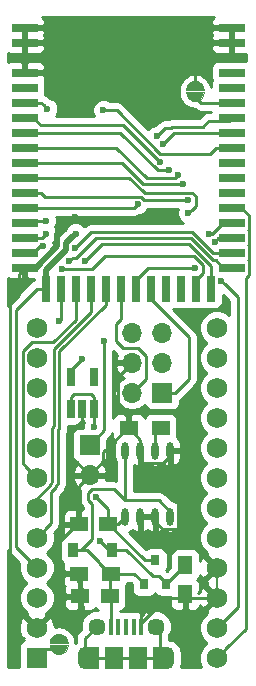
<source format=gbr>
G04 #@! TF.FileFunction,Copper,L1,Top,Signal*
%FSLAX46Y46*%
G04 Gerber Fmt 4.6, Leading zero omitted, Abs format (unit mm)*
G04 Created by KiCad (PCBNEW 4.0.7) date 07/20/18 22:40:28*
%MOMM*%
%LPD*%
G01*
G04 APERTURE LIST*
%ADD10C,0.100000*%
%ADD11C,0.010000*%
%ADD12R,1.752600X1.752600*%
%ADD13C,1.752600*%
%ADD14C,0.400000*%
%ADD15R,0.720000X2.200000*%
%ADD16R,2.200000X0.720000*%
%ADD17R,1.500000X1.900000*%
%ADD18C,1.450000*%
%ADD19R,0.400000X1.350000*%
%ADD20O,1.200000X1.900000*%
%ADD21R,1.200000X1.900000*%
%ADD22R,0.650000X1.560000*%
%ADD23R,0.800000X0.900000*%
%ADD24R,1.250000X1.500000*%
%ADD25R,1.500000X1.250000*%
%ADD26R,1.700000X1.700000*%
%ADD27O,1.700000X1.700000*%
%ADD28R,1.500000X1.300000*%
%ADD29O,0.609600X1.473200*%
%ADD30R,0.900000X1.200000*%
%ADD31C,0.600000*%
%ADD32C,0.250000*%
%ADD33C,0.500000*%
%ADD34C,0.200000*%
%ADD35C,0.254000*%
G04 APERTURE END LIST*
D10*
D11*
G36*
X114251040Y-104288260D02*
X114296240Y-104544760D01*
X114426540Y-104770360D01*
X114626040Y-104937760D01*
X114870840Y-105026860D01*
X115131240Y-105026860D01*
X115376040Y-104937760D01*
X115575540Y-104770360D01*
X115705840Y-104544760D01*
X115751040Y-104288260D01*
X114251040Y-104288260D01*
X114251040Y-104288260D01*
G37*
X114251040Y-104288260D02*
X114296240Y-104544760D01*
X114426540Y-104770360D01*
X114626040Y-104937760D01*
X114870840Y-105026860D01*
X115131240Y-105026860D01*
X115376040Y-104937760D01*
X115575540Y-104770360D01*
X115705840Y-104544760D01*
X115751040Y-104288260D01*
X114251040Y-104288260D01*
G36*
X115751040Y-104088260D02*
X115705840Y-103831760D01*
X115575540Y-103606160D01*
X115376040Y-103438760D01*
X115131240Y-103349660D01*
X114870840Y-103349660D01*
X114626040Y-103438760D01*
X114426540Y-103606160D01*
X114296240Y-103831760D01*
X114251040Y-104088260D01*
X115751040Y-104088260D01*
X115751040Y-104088260D01*
G37*
X115751040Y-104088260D02*
X115705840Y-103831760D01*
X115575540Y-103606160D01*
X115376040Y-103438760D01*
X115131240Y-103349660D01*
X114870840Y-103349660D01*
X114626040Y-103438760D01*
X114426540Y-103606160D01*
X114296240Y-103831760D01*
X114251040Y-104088260D01*
X115751040Y-104088260D01*
G36*
X104220000Y-150880000D02*
X104174800Y-150623500D01*
X104044500Y-150397900D01*
X103845000Y-150230500D01*
X103600200Y-150141400D01*
X103339800Y-150141400D01*
X103095000Y-150230500D01*
X102895500Y-150397900D01*
X102765200Y-150623500D01*
X102720000Y-150880000D01*
X104220000Y-150880000D01*
X104220000Y-150880000D01*
G37*
X104220000Y-150880000D02*
X104174800Y-150623500D01*
X104044500Y-150397900D01*
X103845000Y-150230500D01*
X103600200Y-150141400D01*
X103339800Y-150141400D01*
X103095000Y-150230500D01*
X102895500Y-150397900D01*
X102765200Y-150623500D01*
X102720000Y-150880000D01*
X104220000Y-150880000D01*
G36*
X102720000Y-151080000D02*
X102765200Y-151336500D01*
X102895500Y-151562100D01*
X103095000Y-151729500D01*
X103339800Y-151818600D01*
X103600200Y-151818600D01*
X103845000Y-151729500D01*
X104044500Y-151562100D01*
X104174800Y-151336500D01*
X104220000Y-151080000D01*
X102720000Y-151080000D01*
X102720000Y-151080000D01*
G37*
X102720000Y-151080000D02*
X102765200Y-151336500D01*
X102895500Y-151562100D01*
X103095000Y-151729500D01*
X103339800Y-151818600D01*
X103600200Y-151818600D01*
X103845000Y-151729500D01*
X104044500Y-151562100D01*
X104174800Y-151336500D01*
X104220000Y-151080000D01*
X102720000Y-151080000D01*
D12*
X101600000Y-152146000D03*
D13*
X101600000Y-149606000D03*
X101600000Y-147066000D03*
X101600000Y-144526000D03*
X101600000Y-141986000D03*
X101600000Y-139446000D03*
X101600000Y-136906000D03*
X101600000Y-134366000D03*
X101600000Y-131826000D03*
X101600000Y-129286000D03*
X101600000Y-126746000D03*
X101600000Y-124206000D03*
X116840000Y-124206000D03*
X116840000Y-126746000D03*
X116840000Y-129286000D03*
X116840000Y-131826000D03*
X116840000Y-134366000D03*
X116840000Y-136906000D03*
X116840000Y-139446000D03*
X116840000Y-141986000D03*
X116840000Y-144526000D03*
X116840000Y-147066000D03*
X116840000Y-149606000D03*
X116840000Y-152146000D03*
D14*
X115001040Y-103738260D03*
X115001040Y-104638260D03*
X115001040Y-104638260D03*
X115001040Y-103738260D03*
D15*
X116332000Y-120904000D03*
X115062000Y-120904000D03*
X113792000Y-120904000D03*
X112522000Y-120904000D03*
X111252000Y-120904000D03*
X109982000Y-120904000D03*
X108712000Y-120904000D03*
X107442000Y-120904000D03*
X106172000Y-120904000D03*
X104902000Y-120904000D03*
X103632000Y-120904000D03*
X102362000Y-120904000D03*
D16*
X118110000Y-119126000D03*
X118110000Y-117856000D03*
X118110000Y-116586000D03*
X118110000Y-115316000D03*
X118110000Y-114046000D03*
X118110000Y-112776000D03*
X118110000Y-111506000D03*
X118110000Y-110236000D03*
X118110000Y-108966000D03*
X118110000Y-107696000D03*
X118110000Y-106426000D03*
X118110000Y-105156000D03*
X118110000Y-103886000D03*
X118110000Y-102616000D03*
X118110000Y-100076000D03*
X118110000Y-98806000D03*
X100584000Y-98806000D03*
X100584000Y-100076000D03*
X100584000Y-102616000D03*
X100584000Y-103886000D03*
X100584000Y-105156000D03*
X100584000Y-106426000D03*
X100584000Y-107696000D03*
X100584000Y-108966000D03*
X100584000Y-110236000D03*
X100584000Y-111506000D03*
X100584000Y-112776000D03*
X100584000Y-114046000D03*
X100584000Y-115316000D03*
X100584000Y-116586000D03*
X100584000Y-117856000D03*
X100584000Y-119126000D03*
D17*
X110169200Y-152208980D03*
D18*
X106669200Y-149508980D03*
D19*
X108519200Y-149508980D03*
X107869200Y-149508980D03*
X110469200Y-149508980D03*
X109819200Y-149508980D03*
X109169200Y-149508980D03*
D18*
X111669200Y-149508980D03*
D17*
X108169200Y-152208980D03*
D20*
X105669200Y-152208980D03*
X112669200Y-152208980D03*
D21*
X112069200Y-152208980D03*
X106269200Y-152208980D03*
D22*
X104521000Y-131064000D03*
X105471000Y-131064000D03*
X106421000Y-131064000D03*
X106421000Y-128364000D03*
X104521000Y-128364000D03*
D23*
X110683000Y-145907000D03*
X112583000Y-145907000D03*
X111633000Y-143907000D03*
D24*
X114173000Y-144292000D03*
X114173000Y-146792000D03*
D25*
X107676000Y-140843000D03*
X105176000Y-140843000D03*
D26*
X106072940Y-134167880D03*
D27*
X106072940Y-136707880D03*
D28*
X107903000Y-145034000D03*
X105203000Y-145034000D03*
X112094000Y-132715000D03*
X109394000Y-132715000D03*
D25*
X107803000Y-146939000D03*
X105303000Y-146939000D03*
D26*
X112229900Y-129715260D03*
D27*
X109689900Y-129715260D03*
X112229900Y-127175260D03*
X109689900Y-127175260D03*
X112229900Y-124635260D03*
X109689900Y-124635260D03*
D29*
X112903000Y-134620000D03*
X111633000Y-134620000D03*
X110363000Y-134620000D03*
X109093000Y-134620000D03*
X109093000Y-140208000D03*
X110363000Y-140208000D03*
X111633000Y-140208000D03*
X112903000Y-140208000D03*
D30*
X107949000Y-143002000D03*
X104649000Y-143002000D03*
D14*
X103470000Y-151430000D03*
X103470000Y-150530000D03*
X103470000Y-150530000D03*
X103470000Y-151430000D03*
D31*
X109982000Y-147955000D03*
X105410000Y-147955000D03*
X104815640Y-114808000D03*
X105775760Y-105806484D03*
X101036120Y-120291860D03*
X103124000Y-100076000D03*
X102362000Y-100076000D03*
X109474000Y-100076000D03*
X116078000Y-100076000D03*
X116078000Y-98806000D03*
X109474000Y-98806000D03*
X103124000Y-98806000D03*
X102362000Y-98806000D03*
X102351840Y-115133120D03*
X102144164Y-117310340D03*
X105410000Y-126873000D03*
X104889300Y-116235480D03*
X111757460Y-108003340D03*
X107246420Y-105791000D03*
X112274185Y-108658339D03*
X102402640Y-116265960D03*
X105671708Y-118579336D03*
X103740379Y-119196281D03*
X103525320Y-123639580D03*
X104365728Y-118588588D03*
X104800436Y-117495334D03*
X116682210Y-116926346D03*
X116220410Y-116273078D03*
X112024560Y-110153001D03*
X112760760Y-110881160D03*
X113570969Y-111272954D03*
X113988612Y-112063856D03*
X114438623Y-114513360D03*
X114438623Y-113392642D03*
X117224186Y-120241060D03*
X115008660Y-119156480D03*
X102486460Y-105666540D03*
X106426000Y-132588000D03*
X106934000Y-142240000D03*
X106608989Y-138504447D03*
X107294680Y-125310900D03*
X110149810Y-113746280D03*
D32*
X104267000Y-133298000D02*
X104267000Y-134901940D01*
X104267000Y-134901940D02*
X106072940Y-136707880D01*
X105471000Y-131064000D02*
X105471000Y-132094000D01*
X105471000Y-132094000D02*
X104267000Y-133298000D01*
D33*
X104515641Y-115107999D02*
X104815640Y-114808000D01*
X103350423Y-117314617D02*
X103350423Y-116273217D01*
X101539040Y-119126000D02*
X103350423Y-117314617D01*
X100584000Y-119126000D02*
X101539040Y-119126000D01*
X103350423Y-116273217D02*
X104515641Y-115107999D01*
D32*
X109394000Y-132715000D02*
X109394000Y-131815000D01*
X109394000Y-131815000D02*
X108514899Y-130935899D01*
X108514899Y-130935899D02*
X108514899Y-128350261D01*
X108514899Y-128350261D02*
X108839901Y-128025259D01*
X108839901Y-128025259D02*
X109689900Y-127175260D01*
X106072940Y-136707880D02*
X107247941Y-135532879D01*
X107247941Y-135532879D02*
X107247941Y-134761059D01*
X107247941Y-134761059D02*
X109294000Y-132715000D01*
X109294000Y-132715000D02*
X109394000Y-132715000D01*
X112903000Y-134620000D02*
X112903000Y-135606600D01*
X112903000Y-135606600D02*
X113583610Y-136287210D01*
X113583610Y-136287210D02*
X113583610Y-141269610D01*
X110363000Y-134620000D02*
X110363000Y-135606600D01*
X110363000Y-135606600D02*
X110438010Y-135681610D01*
X110438010Y-135681610D02*
X112273190Y-135681610D01*
X112273190Y-135681610D02*
X112903000Y-135051800D01*
X112903000Y-135051800D02*
X112903000Y-134620000D01*
X109394000Y-132715000D02*
X110363000Y-133684000D01*
X110363000Y-133684000D02*
X110363000Y-134620000D01*
X103505000Y-144336000D02*
X103505000Y-142389000D01*
X103505000Y-142389000D02*
X105051000Y-140843000D01*
X105051000Y-140843000D02*
X105176000Y-140843000D01*
X105203000Y-145034000D02*
X104203000Y-145034000D01*
X104203000Y-145034000D02*
X103505000Y-144336000D01*
X110363000Y-140208000D02*
X111633000Y-140208000D01*
X116840000Y-144526000D02*
X113583610Y-141269610D01*
X113583610Y-141269610D02*
X112262810Y-141269610D01*
X112262810Y-141269610D02*
X111633000Y-140639800D01*
X111633000Y-140639800D02*
X111633000Y-140208000D01*
X105176000Y-139968000D02*
X105176000Y-140843000D01*
X105176000Y-137604820D02*
X105176000Y-139968000D01*
X106072940Y-136707880D02*
X105176000Y-137604820D01*
X109982000Y-147955000D02*
X110469200Y-148442200D01*
X110469200Y-148442200D02*
X110469200Y-149508980D01*
X105303000Y-146939000D02*
X105303000Y-147848000D01*
X105303000Y-147848000D02*
X105410000Y-147955000D01*
X105203000Y-145034000D02*
X105203000Y-146839000D01*
X105203000Y-146839000D02*
X105303000Y-146939000D01*
X101600000Y-149606000D02*
X104267000Y-146939000D01*
X104267000Y-146939000D02*
X105303000Y-146939000D01*
X109474000Y-100076000D02*
X108061760Y-100076000D01*
X108061760Y-100076000D02*
X105923080Y-102214680D01*
X105923080Y-102214680D02*
X105923080Y-105659164D01*
X105923080Y-105659164D02*
X105775760Y-105806484D01*
X100584000Y-119126000D02*
X100584000Y-119839740D01*
X100584000Y-119839740D02*
X101036120Y-120291860D01*
X116746020Y-144432020D02*
X116840000Y-144526000D01*
X110469200Y-149508980D02*
X110469200Y-149172140D01*
X110469200Y-149172140D02*
X112575340Y-147066000D01*
X115600725Y-147066000D02*
X116840000Y-147066000D01*
X112575340Y-147066000D02*
X115600725Y-147066000D01*
X115001040Y-103738260D02*
X115001040Y-101152960D01*
X115001040Y-101152960D02*
X116078000Y-100076000D01*
X116467500Y-144153500D02*
X116840000Y-144526000D01*
X100584000Y-100076000D02*
X102362000Y-100076000D01*
X109474000Y-100076000D02*
X103124000Y-100076000D01*
X118110000Y-100076000D02*
X116078000Y-100076000D01*
X116078000Y-98806000D02*
X118110000Y-98806000D01*
X103124000Y-98806000D02*
X109474000Y-98806000D01*
X100584000Y-98806000D02*
X102362000Y-98806000D01*
X100584000Y-119126000D02*
X100076000Y-119634000D01*
X100076000Y-119634000D02*
X100076000Y-121412000D01*
X99314000Y-147320000D02*
X101600000Y-149606000D01*
X100076000Y-121412000D02*
X99314000Y-122174000D01*
X99314000Y-122174000D02*
X99314000Y-147320000D01*
X100584000Y-100076000D02*
X100584000Y-102616000D01*
X100584000Y-98806000D02*
X100584000Y-100076000D01*
X118110000Y-100076000D02*
X118110000Y-98806000D01*
X117370000Y-100076000D02*
X118110000Y-100076000D01*
D34*
X116395500Y-144081500D02*
X116840000Y-144526000D01*
X116840000Y-147066000D02*
X116840000Y-145826725D01*
X116840000Y-145826725D02*
X116840000Y-144526000D01*
D32*
X102351840Y-115133120D02*
X100766880Y-115133120D01*
X100766880Y-115133120D02*
X100584000Y-115316000D01*
X100584000Y-115316000D02*
X101324000Y-115316000D01*
X100584000Y-117856000D02*
X101324000Y-117856000D01*
X101934000Y-117246000D02*
X102079824Y-117246000D01*
X101324000Y-117856000D02*
X101934000Y-117246000D01*
X102079824Y-117246000D02*
X102144164Y-117310340D01*
D33*
X104589301Y-116535479D02*
X104889300Y-116235480D01*
X102362000Y-119293005D02*
X104050434Y-117604571D01*
X104050434Y-117074346D02*
X104589301Y-116535479D01*
X102362000Y-120904000D02*
X102362000Y-119293005D01*
X104050434Y-117604571D02*
X104050434Y-117074346D01*
D32*
X105410000Y-126873000D02*
X104521000Y-127762000D01*
X104521000Y-127762000D02*
X104521000Y-128364000D01*
X101600000Y-144526000D02*
X99822000Y-142748000D01*
X99822000Y-142748000D02*
X99822000Y-122682000D01*
X99822000Y-122682000D02*
X101600000Y-120904000D01*
X101600000Y-120904000D02*
X101854000Y-120904000D01*
X101854000Y-120904000D02*
X102362000Y-120904000D01*
X102362000Y-120904000D02*
X102362000Y-120164000D01*
X118110000Y-106426000D02*
X117858540Y-106677460D01*
X117858540Y-106677460D02*
X116197380Y-106677460D01*
X116197380Y-106677460D02*
X115798600Y-107076240D01*
X115798600Y-107076240D02*
X115798600Y-107109260D01*
X115798600Y-107109260D02*
X115661870Y-107245990D01*
X115661870Y-107245990D02*
X113050124Y-107245990D01*
X113050124Y-107245990D02*
X112993814Y-107302300D01*
X112993814Y-107302300D02*
X112458500Y-107302300D01*
X112458500Y-107302300D02*
X112057459Y-107703341D01*
X112057459Y-107703341D02*
X111757460Y-108003340D01*
X101600000Y-147066000D02*
X101838340Y-147066000D01*
X108379344Y-105791000D02*
X107670684Y-105791000D01*
X112047265Y-109458921D02*
X108379344Y-105791000D01*
X116267079Y-109458921D02*
X112047265Y-109458921D01*
X116760000Y-108966000D02*
X116267079Y-109458921D01*
X118110000Y-108966000D02*
X116760000Y-108966000D01*
X107670684Y-105791000D02*
X107246420Y-105791000D01*
D34*
X101926000Y-146740000D02*
X101600000Y-147066000D01*
D32*
X112574184Y-108358340D02*
X112274185Y-108658339D01*
X118110000Y-107696000D02*
X113236524Y-107696000D01*
X113236524Y-107696000D02*
X112574184Y-108358340D01*
X100584000Y-116586000D02*
X102082600Y-116586000D01*
X102082600Y-116586000D02*
X102402640Y-116265960D01*
X100584000Y-116586000D02*
X101324000Y-116586000D01*
X116332000Y-120904000D02*
X116332000Y-118946347D01*
X107161479Y-117089565D02*
X105971707Y-118279337D01*
X105971707Y-118279337D02*
X105671708Y-118579336D01*
X114475218Y-117089565D02*
X107161479Y-117089565D01*
X116332000Y-118946347D02*
X114475218Y-117089565D01*
X116332000Y-120904000D02*
X116332000Y-121644000D01*
X104164643Y-119196281D02*
X103740379Y-119196281D01*
X115672000Y-118922758D02*
X114887182Y-118137940D01*
X115672000Y-119554000D02*
X115672000Y-118922758D01*
X115062000Y-120904000D02*
X115062000Y-120164000D01*
X106311981Y-119225221D02*
X104193583Y-119225221D01*
X114887182Y-118137940D02*
X107399262Y-118137940D01*
X104193583Y-119225221D02*
X104164643Y-119196281D01*
X115062000Y-120164000D02*
X115672000Y-119554000D01*
X107399262Y-118137940D02*
X106311981Y-119225221D01*
X115062000Y-120904000D02*
X115062000Y-121644000D01*
X111252000Y-120904000D02*
X111252000Y-121644000D01*
X111252000Y-120904000D02*
X111252000Y-121795540D01*
X111252000Y-121795540D02*
X114490500Y-125034040D01*
X114490500Y-125034040D02*
X114490500Y-128554660D01*
X114490500Y-128554660D02*
X113329900Y-129715260D01*
X113329900Y-129715260D02*
X112229900Y-129715260D01*
X109689900Y-129715260D02*
X110864901Y-128540259D01*
X110864901Y-128540259D02*
X110864901Y-126611259D01*
X110864901Y-126611259D02*
X110202082Y-125948440D01*
X110202082Y-125948440D02*
X108912660Y-125948440D01*
X108912660Y-125948440D02*
X108313220Y-125349000D01*
X108313220Y-125349000D02*
X108313220Y-123855480D01*
X108313220Y-123855480D02*
X108712000Y-123456700D01*
X108712000Y-123456700D02*
X108712000Y-120904000D01*
X108712000Y-120904000D02*
X108712000Y-121644000D01*
X108712000Y-120904000D02*
X108712000Y-120164000D01*
X102476299Y-141109701D02*
X101600000Y-141986000D01*
X102809978Y-138110359D02*
X102809978Y-140776022D01*
X102809978Y-140776022D02*
X102476299Y-141109701D01*
X103366975Y-137439985D02*
X103251312Y-137555648D01*
X103251312Y-137555648D02*
X103251312Y-137669025D01*
X103366978Y-132879343D02*
X103366975Y-137439985D01*
X103524458Y-132721863D02*
X103366978Y-132879343D01*
X107442000Y-122254000D02*
X103524458Y-126171542D01*
X103251312Y-137669025D02*
X102809978Y-138110359D01*
X103524458Y-126171542D02*
X103524458Y-132721863D01*
X107442000Y-120904000D02*
X107442000Y-122254000D01*
X102801301Y-137482625D02*
X101600000Y-138683926D01*
X106172000Y-122887589D02*
X103074447Y-125985142D01*
X102916967Y-132692943D02*
X102916965Y-137253583D01*
X101600000Y-138683926D02*
X101600000Y-139446000D01*
X102801301Y-137369248D02*
X102801301Y-137482625D01*
X106172000Y-120904000D02*
X106172000Y-122887589D01*
X103074447Y-132535463D02*
X102916967Y-132692943D01*
X102916965Y-137253583D02*
X102801301Y-137369248D01*
X103074447Y-125985142D02*
X103074447Y-132535463D01*
X104902000Y-120904000D02*
X104902000Y-123521178D01*
X104902000Y-123521178D02*
X103015877Y-125407301D01*
X103015877Y-125407301D02*
X101160773Y-125407301D01*
X101160773Y-125407301D02*
X100398699Y-126169375D01*
X100723701Y-136029701D02*
X101600000Y-136906000D01*
X100398699Y-126169375D02*
X100398699Y-135704699D01*
X100398699Y-135704699D02*
X100723701Y-136029701D01*
X103632000Y-120904000D02*
X103632000Y-123532900D01*
X103632000Y-123532900D02*
X103525320Y-123639580D01*
X103632000Y-120904000D02*
X103632000Y-121644000D01*
X104665727Y-118288589D02*
X104365728Y-118588588D01*
X104932185Y-118288589D02*
X104665727Y-118288589D01*
X106591594Y-116629180D02*
X104932185Y-118288589D01*
X114651244Y-116629180D02*
X106591594Y-116629180D01*
X116538064Y-118516000D02*
X114651244Y-116629180D01*
X116760000Y-118516000D02*
X116538064Y-118516000D01*
X118110000Y-119126000D02*
X117370000Y-119126000D01*
X117370000Y-119126000D02*
X116760000Y-118516000D01*
X105100435Y-117195335D02*
X104800436Y-117495334D01*
X114759334Y-116100860D02*
X106194910Y-116100860D01*
X118110000Y-117856000D02*
X116514474Y-117856000D01*
X106194910Y-116100860D02*
X105100435Y-117195335D01*
X116514474Y-117856000D02*
X114759334Y-116100860D01*
X101600000Y-129286000D02*
X102011480Y-128874520D01*
X117022556Y-116586000D02*
X116982209Y-116626347D01*
X116982209Y-116626347D02*
X116682210Y-116926346D01*
X118110000Y-116586000D02*
X117022556Y-116586000D01*
X116412922Y-116273078D02*
X116220410Y-116273078D01*
X118110000Y-115316000D02*
X117370000Y-115316000D01*
X117370000Y-115316000D02*
X116412922Y-116273078D01*
X111724561Y-109853002D02*
X112024560Y-110153001D01*
X108907559Y-107036000D02*
X111724561Y-109853002D01*
X101934000Y-107036000D02*
X108907559Y-107036000D01*
X100584000Y-106426000D02*
X101324000Y-106426000D01*
X101324000Y-106426000D02*
X101934000Y-107036000D01*
X100584000Y-107696000D02*
X108650596Y-107696000D01*
X108650596Y-107696000D02*
X111835756Y-110881160D01*
X111835756Y-110881160D02*
X112336496Y-110881160D01*
X112336496Y-110881160D02*
X112760760Y-110881160D01*
X108294996Y-108966000D02*
X110901949Y-111572953D01*
X113270970Y-111572953D02*
X113570969Y-111272954D01*
X100584000Y-108966000D02*
X108294996Y-108966000D01*
X110901949Y-111572953D02*
X113270970Y-111572953D01*
X100584000Y-110236000D02*
X108802996Y-110236000D01*
X108802996Y-110236000D02*
X110630852Y-112063856D01*
X110630852Y-112063856D02*
X113564348Y-112063856D01*
X113564348Y-112063856D02*
X113988612Y-112063856D01*
X115063625Y-113888358D02*
X114738622Y-114213361D01*
X115063625Y-113092640D02*
X115063625Y-113888358D01*
X110732582Y-112767640D02*
X114738625Y-112767640D01*
X110636212Y-112671270D02*
X110732582Y-112767640D01*
X109417465Y-111506000D02*
X110582733Y-112671268D01*
X100584000Y-111506000D02*
X109417465Y-111506000D01*
X110582733Y-112671268D02*
X110636212Y-112671270D01*
X114738622Y-114213361D02*
X114438623Y-114513360D01*
X114738625Y-112767640D02*
X115063625Y-113092640D01*
X110449811Y-113121279D02*
X110721174Y-113392642D01*
X101934000Y-112776000D02*
X102279279Y-113121279D01*
X102279279Y-113121279D02*
X110449811Y-113121279D01*
X114014359Y-113392642D02*
X114438623Y-113392642D01*
X100584000Y-112776000D02*
X101934000Y-112776000D01*
X110721174Y-113392642D02*
X114014359Y-113392642D01*
X115001040Y-104638260D02*
X115518780Y-105156000D01*
X115518780Y-105156000D02*
X118110000Y-105156000D01*
X117524185Y-120541059D02*
X117224186Y-120241060D01*
X118629989Y-121646863D02*
X117524185Y-120541059D01*
X116840000Y-149606000D02*
X118629989Y-147816011D01*
X118629989Y-147816011D02*
X118629989Y-121646863D01*
X114584396Y-119156480D02*
X115008660Y-119156480D01*
X109982000Y-120164000D02*
X110989520Y-119156480D01*
X109982000Y-120904000D02*
X109982000Y-120164000D01*
X110989520Y-119156480D02*
X114584396Y-119156480D01*
X118110000Y-114046000D02*
X118926000Y-114046000D01*
X119470001Y-114590001D02*
X119470001Y-114630999D01*
X118926000Y-114046000D02*
X119470001Y-114590001D01*
X119470001Y-114630999D02*
X119535001Y-114695999D01*
X119535001Y-114695999D02*
X119535001Y-115936001D01*
X119535001Y-115936001D02*
X119520002Y-115951000D01*
X119535001Y-119746001D02*
X119280000Y-120001002D01*
X119520002Y-118491000D02*
X119535001Y-118505999D01*
X119535001Y-117235999D02*
X119535001Y-118476001D01*
X119520002Y-115951000D02*
X119535001Y-115965999D01*
X119280000Y-149706000D02*
X117716299Y-151269701D01*
X119535001Y-118505999D02*
X119535001Y-119746001D01*
X119535001Y-117206001D02*
X119520002Y-117221000D01*
X119535001Y-115965999D02*
X119535001Y-117206001D01*
X119280000Y-120001002D02*
X119280000Y-149706000D01*
X119520002Y-117221000D02*
X119535001Y-117235999D01*
X119535001Y-118476001D02*
X119520002Y-118491000D01*
X117716299Y-151269701D02*
X116840000Y-152146000D01*
X100584000Y-105156000D02*
X101975920Y-105156000D01*
X101975920Y-105156000D02*
X102186461Y-105366541D01*
X102186461Y-105366541D02*
X102486460Y-105666540D01*
X112069200Y-152208980D02*
X112069200Y-149908980D01*
X112069200Y-149908980D02*
X111669200Y-149508980D01*
X110169200Y-152208980D02*
X112669200Y-152208980D01*
X108169200Y-152208980D02*
X110169200Y-152208980D01*
X108169200Y-152208980D02*
X105669200Y-152208980D01*
X106669200Y-149508980D02*
X105669200Y-150508980D01*
X105669200Y-150508980D02*
X105669200Y-152208980D01*
X104649000Y-143002000D02*
X105349000Y-143002000D01*
X105983988Y-138204446D02*
X106308988Y-137879446D01*
X105983988Y-138804448D02*
X105983988Y-138204446D01*
X108161445Y-137879445D02*
X109093000Y-138811000D01*
X105349000Y-143002000D02*
X106293707Y-142057293D01*
X106308988Y-137879446D02*
X108161445Y-137879445D01*
X106293707Y-139114167D02*
X105983988Y-138804448D01*
X106293707Y-142057293D02*
X106293707Y-139114167D01*
X109093000Y-138811000D02*
X111937800Y-138811000D01*
X109093000Y-134620000D02*
X109093000Y-138811000D01*
X111937800Y-138811000D02*
X112903000Y-139776200D01*
X112903000Y-139776200D02*
X112903000Y-140208000D01*
X107903000Y-145034000D02*
X109860000Y-145034000D01*
X109860000Y-145034000D02*
X110683000Y-145857000D01*
X110683000Y-145857000D02*
X110683000Y-145907000D01*
X104649000Y-143002000D02*
X105871000Y-143002000D01*
X105871000Y-143002000D02*
X106903000Y-144034000D01*
X106903000Y-144034000D02*
X106903000Y-144134000D01*
X106903000Y-144134000D02*
X107803000Y-145034000D01*
X107803000Y-145034000D02*
X107903000Y-145034000D01*
X107803000Y-146939000D02*
X107803000Y-145134000D01*
X107803000Y-145134000D02*
X107903000Y-145034000D01*
X107869200Y-149508980D02*
X107869200Y-147005200D01*
X107869200Y-147005200D02*
X107803000Y-146939000D01*
X107869200Y-149033980D02*
X107869200Y-149508980D01*
X104761000Y-129794000D02*
X106181000Y-129794000D01*
X106181000Y-129794000D02*
X106421000Y-130034000D01*
X106421000Y-130034000D02*
X106421000Y-131064000D01*
X104521000Y-131064000D02*
X104521000Y-130034000D01*
X104521000Y-130034000D02*
X104761000Y-129794000D01*
X106426000Y-132588000D02*
X106426000Y-131069000D01*
X106426000Y-131069000D02*
X106421000Y-131064000D01*
X107949000Y-143002000D02*
X107696000Y-143002000D01*
X107696000Y-143002000D02*
X106934000Y-142240000D01*
X108649000Y-143002000D02*
X107949000Y-143002000D01*
X109198590Y-143002000D02*
X108649000Y-143002000D01*
X111403590Y-145207000D02*
X109198590Y-143002000D01*
X111933000Y-145207000D02*
X111403590Y-145207000D01*
X112583000Y-145857000D02*
X111933000Y-145207000D01*
X112583000Y-145907000D02*
X112583000Y-145857000D01*
X112583000Y-145907000D02*
X112583000Y-145882000D01*
X112583000Y-145882000D02*
X114173000Y-144292000D01*
X107676000Y-139571458D02*
X106908988Y-138804446D01*
X106908988Y-138804446D02*
X106608989Y-138504447D01*
X107676000Y-140843000D02*
X107676000Y-139571458D01*
X111633000Y-143907000D02*
X110740000Y-143907000D01*
X110740000Y-143907000D02*
X107676000Y-140843000D01*
X107676000Y-140843000D02*
X108458000Y-140843000D01*
X108458000Y-140843000D02*
X109093000Y-140208000D01*
X107294680Y-125310900D02*
X107294680Y-132885180D01*
X107294680Y-132885180D02*
X106072940Y-134106920D01*
X106072940Y-134106920D02*
X106072940Y-134167880D01*
X111633000Y-134620000D02*
X111633000Y-133176000D01*
X111633000Y-133176000D02*
X112094000Y-132715000D01*
X109850090Y-114046000D02*
X110149810Y-113746280D01*
X100584000Y-114046000D02*
X109850090Y-114046000D01*
X103470000Y-151430000D02*
X102316000Y-151430000D01*
X102316000Y-151430000D02*
X101600000Y-152146000D01*
D35*
G36*
X105492838Y-132079317D02*
X105573056Y-132203979D01*
X105491162Y-132401201D01*
X105490927Y-132670440D01*
X105222940Y-132670440D01*
X104987623Y-132714718D01*
X104771499Y-132853790D01*
X104626509Y-133065990D01*
X104575500Y-133317880D01*
X104575500Y-135017880D01*
X104619778Y-135253197D01*
X104758850Y-135469321D01*
X104971050Y-135614311D01*
X105079047Y-135636181D01*
X104801295Y-135940956D01*
X104631464Y-136350990D01*
X104752785Y-136580880D01*
X105945940Y-136580880D01*
X105945940Y-136560880D01*
X106199940Y-136560880D01*
X106199940Y-136580880D01*
X107393095Y-136580880D01*
X107514416Y-136350990D01*
X107344585Y-135940956D01*
X107068439Y-135637943D01*
X107158257Y-135621042D01*
X107374381Y-135481970D01*
X107519371Y-135269770D01*
X107570380Y-135017880D01*
X107570380Y-133684282D01*
X107832081Y-133422581D01*
X107996828Y-133176020D01*
X108009000Y-133114828D01*
X108009000Y-133491310D01*
X108105673Y-133724699D01*
X108217756Y-133836782D01*
X108153200Y-134161329D01*
X108153200Y-135078671D01*
X108224738Y-135438317D01*
X108333000Y-135600343D01*
X108333000Y-137153570D01*
X108161445Y-137119445D01*
X107491770Y-137119445D01*
X107514416Y-137064770D01*
X107393095Y-136834880D01*
X106199940Y-136834880D01*
X106199940Y-136854880D01*
X105945940Y-136854880D01*
X105945940Y-136834880D01*
X104752785Y-136834880D01*
X104631464Y-137064770D01*
X104801295Y-137474804D01*
X105191582Y-137903063D01*
X105276047Y-137942730D01*
X105223988Y-138204446D01*
X105223988Y-138804448D01*
X105281840Y-139095287D01*
X105446587Y-139341849D01*
X105533707Y-139428969D01*
X105533707Y-139583000D01*
X105461750Y-139583000D01*
X105303000Y-139741750D01*
X105303000Y-140716000D01*
X105323000Y-140716000D01*
X105323000Y-140970000D01*
X105303000Y-140970000D01*
X105303000Y-140990000D01*
X105049000Y-140990000D01*
X105049000Y-140970000D01*
X103949750Y-140970000D01*
X103791000Y-141128750D01*
X103791000Y-141594310D01*
X103887673Y-141827699D01*
X103899873Y-141839899D01*
X103747559Y-141937910D01*
X103602569Y-142150110D01*
X103551560Y-142402000D01*
X103551560Y-143602000D01*
X103595838Y-143837317D01*
X103734910Y-144053441D01*
X103865612Y-144142746D01*
X103818000Y-144257690D01*
X103818000Y-144748250D01*
X103976750Y-144907000D01*
X105076000Y-144907000D01*
X105076000Y-144887000D01*
X105330000Y-144887000D01*
X105330000Y-144907000D01*
X105350000Y-144907000D01*
X105350000Y-145161000D01*
X105330000Y-145161000D01*
X105330000Y-146160250D01*
X105430000Y-146260250D01*
X105430000Y-146812000D01*
X105450000Y-146812000D01*
X105450000Y-147066000D01*
X105430000Y-147066000D01*
X105430000Y-148040250D01*
X105588750Y-148199000D01*
X106179309Y-148199000D01*
X106412698Y-148102327D01*
X106553936Y-147961090D01*
X106588910Y-148015441D01*
X106784498Y-148149080D01*
X106399866Y-148148744D01*
X105899828Y-148355356D01*
X105516920Y-148737596D01*
X105309437Y-149237272D01*
X105308964Y-149778314D01*
X105313671Y-149789707D01*
X105131799Y-149971579D01*
X104967052Y-150218141D01*
X104909200Y-150508980D01*
X104909200Y-150878962D01*
X104852697Y-150916716D01*
X104860000Y-150880000D01*
X104849060Y-150824999D01*
X104850289Y-150768932D01*
X104805089Y-150512432D01*
X104764779Y-150408743D01*
X104729003Y-150303408D01*
X104598703Y-150077808D01*
X104525436Y-149994291D01*
X104455884Y-149907631D01*
X104256384Y-149740231D01*
X104158926Y-149686764D01*
X104063893Y-149629097D01*
X103819093Y-149539997D01*
X103709227Y-149523087D01*
X103600200Y-149501400D01*
X103339800Y-149501400D01*
X103230773Y-149523087D01*
X103120907Y-149539997D01*
X103110029Y-149543956D01*
X103096891Y-149240332D01*
X102917027Y-148806104D01*
X102663001Y-148722604D01*
X101779605Y-149606000D01*
X101793748Y-149620143D01*
X101614143Y-149799748D01*
X101600000Y-149785605D01*
X101585858Y-149799748D01*
X101406253Y-149620143D01*
X101420395Y-149606000D01*
X100536999Y-148722604D01*
X100282973Y-148806104D01*
X100077118Y-149370997D01*
X100103109Y-149971668D01*
X100282973Y-150405896D01*
X100536997Y-150489395D01*
X100422369Y-150604023D01*
X100486254Y-150667908D01*
X100272259Y-150805610D01*
X100127269Y-151017810D01*
X100076260Y-151269700D01*
X100076260Y-152960000D01*
X99135000Y-152960000D01*
X99135000Y-143061510D01*
X99284599Y-143285401D01*
X100128367Y-144129169D01*
X100088963Y-144224065D01*
X100088438Y-144825297D01*
X100318035Y-145380964D01*
X100732698Y-145796351D01*
X100319529Y-146208800D01*
X100088963Y-146764065D01*
X100088438Y-147365297D01*
X100318035Y-147920964D01*
X100742800Y-148346471D01*
X100776592Y-148360503D01*
X100716604Y-148542999D01*
X101600000Y-149426395D01*
X102483396Y-148542999D01*
X102423553Y-148360944D01*
X102454964Y-148347965D01*
X102880471Y-147923200D01*
X103111037Y-147367935D01*
X103111162Y-147224750D01*
X103918000Y-147224750D01*
X103918000Y-147690310D01*
X104014673Y-147923699D01*
X104193302Y-148102327D01*
X104426691Y-148199000D01*
X105017250Y-148199000D01*
X105176000Y-148040250D01*
X105176000Y-147066000D01*
X104076750Y-147066000D01*
X103918000Y-147224750D01*
X103111162Y-147224750D01*
X103111562Y-146766703D01*
X102881965Y-146211036D01*
X102467302Y-145795649D01*
X102880471Y-145383200D01*
X102906817Y-145319750D01*
X103818000Y-145319750D01*
X103818000Y-145810310D01*
X103914673Y-146043699D01*
X103959200Y-146088225D01*
X103918000Y-146187690D01*
X103918000Y-146653250D01*
X104076750Y-146812000D01*
X105176000Y-146812000D01*
X105176000Y-145837750D01*
X105076000Y-145737750D01*
X105076000Y-145161000D01*
X103976750Y-145161000D01*
X103818000Y-145319750D01*
X102906817Y-145319750D01*
X103111037Y-144827935D01*
X103111562Y-144226703D01*
X102881965Y-143671036D01*
X102467302Y-143255649D01*
X102880471Y-142843200D01*
X103111037Y-142287935D01*
X103111562Y-141686703D01*
X103071370Y-141589432D01*
X103347379Y-141313423D01*
X103512126Y-141066862D01*
X103569978Y-140776022D01*
X103569978Y-140091690D01*
X103791000Y-140091690D01*
X103791000Y-140557250D01*
X103949750Y-140716000D01*
X105049000Y-140716000D01*
X105049000Y-139741750D01*
X104890250Y-139583000D01*
X104299691Y-139583000D01*
X104066302Y-139679673D01*
X103887673Y-139858301D01*
X103791000Y-140091690D01*
X103569978Y-140091690D01*
X103569978Y-138425161D01*
X103788713Y-138206426D01*
X103953460Y-137959864D01*
X103969303Y-137880216D01*
X104069123Y-137730825D01*
X104126975Y-137439985D01*
X104126978Y-133161807D01*
X104226606Y-133012703D01*
X104284458Y-132721863D01*
X104284458Y-132491440D01*
X104846000Y-132491440D01*
X104986086Y-132465081D01*
X105019690Y-132479000D01*
X105185250Y-132479000D01*
X105344000Y-132320250D01*
X105344000Y-132239949D01*
X105442431Y-132095890D01*
X105470176Y-131958880D01*
X105492838Y-132079317D01*
X105492838Y-132079317D01*
G37*
X105492838Y-132079317D02*
X105573056Y-132203979D01*
X105491162Y-132401201D01*
X105490927Y-132670440D01*
X105222940Y-132670440D01*
X104987623Y-132714718D01*
X104771499Y-132853790D01*
X104626509Y-133065990D01*
X104575500Y-133317880D01*
X104575500Y-135017880D01*
X104619778Y-135253197D01*
X104758850Y-135469321D01*
X104971050Y-135614311D01*
X105079047Y-135636181D01*
X104801295Y-135940956D01*
X104631464Y-136350990D01*
X104752785Y-136580880D01*
X105945940Y-136580880D01*
X105945940Y-136560880D01*
X106199940Y-136560880D01*
X106199940Y-136580880D01*
X107393095Y-136580880D01*
X107514416Y-136350990D01*
X107344585Y-135940956D01*
X107068439Y-135637943D01*
X107158257Y-135621042D01*
X107374381Y-135481970D01*
X107519371Y-135269770D01*
X107570380Y-135017880D01*
X107570380Y-133684282D01*
X107832081Y-133422581D01*
X107996828Y-133176020D01*
X108009000Y-133114828D01*
X108009000Y-133491310D01*
X108105673Y-133724699D01*
X108217756Y-133836782D01*
X108153200Y-134161329D01*
X108153200Y-135078671D01*
X108224738Y-135438317D01*
X108333000Y-135600343D01*
X108333000Y-137153570D01*
X108161445Y-137119445D01*
X107491770Y-137119445D01*
X107514416Y-137064770D01*
X107393095Y-136834880D01*
X106199940Y-136834880D01*
X106199940Y-136854880D01*
X105945940Y-136854880D01*
X105945940Y-136834880D01*
X104752785Y-136834880D01*
X104631464Y-137064770D01*
X104801295Y-137474804D01*
X105191582Y-137903063D01*
X105276047Y-137942730D01*
X105223988Y-138204446D01*
X105223988Y-138804448D01*
X105281840Y-139095287D01*
X105446587Y-139341849D01*
X105533707Y-139428969D01*
X105533707Y-139583000D01*
X105461750Y-139583000D01*
X105303000Y-139741750D01*
X105303000Y-140716000D01*
X105323000Y-140716000D01*
X105323000Y-140970000D01*
X105303000Y-140970000D01*
X105303000Y-140990000D01*
X105049000Y-140990000D01*
X105049000Y-140970000D01*
X103949750Y-140970000D01*
X103791000Y-141128750D01*
X103791000Y-141594310D01*
X103887673Y-141827699D01*
X103899873Y-141839899D01*
X103747559Y-141937910D01*
X103602569Y-142150110D01*
X103551560Y-142402000D01*
X103551560Y-143602000D01*
X103595838Y-143837317D01*
X103734910Y-144053441D01*
X103865612Y-144142746D01*
X103818000Y-144257690D01*
X103818000Y-144748250D01*
X103976750Y-144907000D01*
X105076000Y-144907000D01*
X105076000Y-144887000D01*
X105330000Y-144887000D01*
X105330000Y-144907000D01*
X105350000Y-144907000D01*
X105350000Y-145161000D01*
X105330000Y-145161000D01*
X105330000Y-146160250D01*
X105430000Y-146260250D01*
X105430000Y-146812000D01*
X105450000Y-146812000D01*
X105450000Y-147066000D01*
X105430000Y-147066000D01*
X105430000Y-148040250D01*
X105588750Y-148199000D01*
X106179309Y-148199000D01*
X106412698Y-148102327D01*
X106553936Y-147961090D01*
X106588910Y-148015441D01*
X106784498Y-148149080D01*
X106399866Y-148148744D01*
X105899828Y-148355356D01*
X105516920Y-148737596D01*
X105309437Y-149237272D01*
X105308964Y-149778314D01*
X105313671Y-149789707D01*
X105131799Y-149971579D01*
X104967052Y-150218141D01*
X104909200Y-150508980D01*
X104909200Y-150878962D01*
X104852697Y-150916716D01*
X104860000Y-150880000D01*
X104849060Y-150824999D01*
X104850289Y-150768932D01*
X104805089Y-150512432D01*
X104764779Y-150408743D01*
X104729003Y-150303408D01*
X104598703Y-150077808D01*
X104525436Y-149994291D01*
X104455884Y-149907631D01*
X104256384Y-149740231D01*
X104158926Y-149686764D01*
X104063893Y-149629097D01*
X103819093Y-149539997D01*
X103709227Y-149523087D01*
X103600200Y-149501400D01*
X103339800Y-149501400D01*
X103230773Y-149523087D01*
X103120907Y-149539997D01*
X103110029Y-149543956D01*
X103096891Y-149240332D01*
X102917027Y-148806104D01*
X102663001Y-148722604D01*
X101779605Y-149606000D01*
X101793748Y-149620143D01*
X101614143Y-149799748D01*
X101600000Y-149785605D01*
X101585858Y-149799748D01*
X101406253Y-149620143D01*
X101420395Y-149606000D01*
X100536999Y-148722604D01*
X100282973Y-148806104D01*
X100077118Y-149370997D01*
X100103109Y-149971668D01*
X100282973Y-150405896D01*
X100536997Y-150489395D01*
X100422369Y-150604023D01*
X100486254Y-150667908D01*
X100272259Y-150805610D01*
X100127269Y-151017810D01*
X100076260Y-151269700D01*
X100076260Y-152960000D01*
X99135000Y-152960000D01*
X99135000Y-143061510D01*
X99284599Y-143285401D01*
X100128367Y-144129169D01*
X100088963Y-144224065D01*
X100088438Y-144825297D01*
X100318035Y-145380964D01*
X100732698Y-145796351D01*
X100319529Y-146208800D01*
X100088963Y-146764065D01*
X100088438Y-147365297D01*
X100318035Y-147920964D01*
X100742800Y-148346471D01*
X100776592Y-148360503D01*
X100716604Y-148542999D01*
X101600000Y-149426395D01*
X102483396Y-148542999D01*
X102423553Y-148360944D01*
X102454964Y-148347965D01*
X102880471Y-147923200D01*
X103111037Y-147367935D01*
X103111162Y-147224750D01*
X103918000Y-147224750D01*
X103918000Y-147690310D01*
X104014673Y-147923699D01*
X104193302Y-148102327D01*
X104426691Y-148199000D01*
X105017250Y-148199000D01*
X105176000Y-148040250D01*
X105176000Y-147066000D01*
X104076750Y-147066000D01*
X103918000Y-147224750D01*
X103111162Y-147224750D01*
X103111562Y-146766703D01*
X102881965Y-146211036D01*
X102467302Y-145795649D01*
X102880471Y-145383200D01*
X102906817Y-145319750D01*
X103818000Y-145319750D01*
X103818000Y-145810310D01*
X103914673Y-146043699D01*
X103959200Y-146088225D01*
X103918000Y-146187690D01*
X103918000Y-146653250D01*
X104076750Y-146812000D01*
X105176000Y-146812000D01*
X105176000Y-145837750D01*
X105076000Y-145737750D01*
X105076000Y-145161000D01*
X103976750Y-145161000D01*
X103818000Y-145319750D01*
X102906817Y-145319750D01*
X103111037Y-144827935D01*
X103111562Y-144226703D01*
X102881965Y-143671036D01*
X102467302Y-143255649D01*
X102880471Y-142843200D01*
X103111037Y-142287935D01*
X103111562Y-141686703D01*
X103071370Y-141589432D01*
X103347379Y-141313423D01*
X103512126Y-141066862D01*
X103569978Y-140776022D01*
X103569978Y-140091690D01*
X103791000Y-140091690D01*
X103791000Y-140557250D01*
X103949750Y-140716000D01*
X105049000Y-140716000D01*
X105049000Y-139741750D01*
X104890250Y-139583000D01*
X104299691Y-139583000D01*
X104066302Y-139679673D01*
X103887673Y-139858301D01*
X103791000Y-140091690D01*
X103569978Y-140091690D01*
X103569978Y-138425161D01*
X103788713Y-138206426D01*
X103953460Y-137959864D01*
X103969303Y-137880216D01*
X104069123Y-137730825D01*
X104126975Y-137439985D01*
X104126978Y-133161807D01*
X104226606Y-133012703D01*
X104284458Y-132721863D01*
X104284458Y-132491440D01*
X104846000Y-132491440D01*
X104986086Y-132465081D01*
X105019690Y-132479000D01*
X105185250Y-132479000D01*
X105344000Y-132320250D01*
X105344000Y-132239949D01*
X105442431Y-132095890D01*
X105470176Y-131958880D01*
X105492838Y-132079317D01*
G36*
X117869989Y-121961665D02*
X117869989Y-123098620D01*
X117697200Y-122925529D01*
X117141935Y-122694963D01*
X116540703Y-122694438D01*
X115985036Y-122924035D01*
X115559529Y-123348800D01*
X115328963Y-123904065D01*
X115328438Y-124505297D01*
X115558035Y-125060964D01*
X115972698Y-125476351D01*
X115559529Y-125888800D01*
X115328963Y-126444065D01*
X115328438Y-127045297D01*
X115558035Y-127600964D01*
X115972698Y-128016351D01*
X115559529Y-128428800D01*
X115328963Y-128984065D01*
X115328438Y-129585297D01*
X115558035Y-130140964D01*
X115972698Y-130556351D01*
X115559529Y-130968800D01*
X115328963Y-131524065D01*
X115328438Y-132125297D01*
X115558035Y-132680964D01*
X115972698Y-133096351D01*
X115559529Y-133508800D01*
X115328963Y-134064065D01*
X115328438Y-134665297D01*
X115558035Y-135220964D01*
X115972698Y-135636351D01*
X115559529Y-136048800D01*
X115328963Y-136604065D01*
X115328438Y-137205297D01*
X115558035Y-137760964D01*
X115972698Y-138176351D01*
X115559529Y-138588800D01*
X115328963Y-139144065D01*
X115328438Y-139745297D01*
X115558035Y-140300964D01*
X115972698Y-140716351D01*
X115559529Y-141128800D01*
X115328963Y-141684065D01*
X115328438Y-142285297D01*
X115558035Y-142840964D01*
X115982800Y-143266471D01*
X116016592Y-143280503D01*
X115956604Y-143462999D01*
X116840000Y-144346395D01*
X116854143Y-144332253D01*
X117033748Y-144511858D01*
X117019605Y-144526000D01*
X117033748Y-144540143D01*
X116854143Y-144719748D01*
X116840000Y-144705605D01*
X115956604Y-145589001D01*
X116024646Y-145796000D01*
X115956604Y-146002999D01*
X116840000Y-146886395D01*
X116854143Y-146872253D01*
X117033748Y-147051858D01*
X117019605Y-147066000D01*
X117033748Y-147080143D01*
X116854143Y-147259748D01*
X116840000Y-147245605D01*
X115956604Y-148129001D01*
X116016447Y-148311056D01*
X115985036Y-148324035D01*
X115559529Y-148748800D01*
X115328963Y-149304065D01*
X115328438Y-149905297D01*
X115558035Y-150460964D01*
X115972698Y-150876351D01*
X115559529Y-151288800D01*
X115328963Y-151844065D01*
X115328438Y-152445297D01*
X115541109Y-152960000D01*
X113830609Y-152960000D01*
X113904200Y-152590032D01*
X113904200Y-151827928D01*
X113810191Y-151355314D01*
X113542477Y-150954651D01*
X113141814Y-150686937D01*
X112829200Y-150624754D01*
X112829200Y-150261772D01*
X113028963Y-149780688D01*
X113029436Y-149239646D01*
X112822824Y-148739608D01*
X112440584Y-148356700D01*
X111940908Y-148149217D01*
X111399866Y-148148744D01*
X111033407Y-148300162D01*
X111028898Y-148295653D01*
X110795509Y-148198980D01*
X110727950Y-148198980D01*
X110569200Y-148357730D01*
X110569200Y-148516047D01*
X110483290Y-148382539D01*
X110271090Y-148237549D01*
X110243415Y-148231945D01*
X110210450Y-148198980D01*
X110142891Y-148198980D01*
X110122447Y-148207448D01*
X110019200Y-148186540D01*
X109619200Y-148186540D01*
X109489611Y-148210924D01*
X109369200Y-148186540D01*
X108969200Y-148186540D01*
X108839611Y-148210924D01*
X108719200Y-148186540D01*
X108685332Y-148186540D01*
X108788317Y-148167162D01*
X109004441Y-148028090D01*
X109149431Y-147815890D01*
X109200440Y-147564000D01*
X109200440Y-146314000D01*
X109156162Y-146078683D01*
X109154078Y-146075444D01*
X109249431Y-145935890D01*
X109278164Y-145794000D01*
X109545198Y-145794000D01*
X109635560Y-145884362D01*
X109635560Y-146357000D01*
X109679838Y-146592317D01*
X109818910Y-146808441D01*
X110031110Y-146953431D01*
X110283000Y-147004440D01*
X111083000Y-147004440D01*
X111318317Y-146960162D01*
X111534441Y-146821090D01*
X111633633Y-146675917D01*
X111718910Y-146808441D01*
X111931110Y-146953431D01*
X112183000Y-147004440D01*
X112983000Y-147004440D01*
X112987077Y-147003673D01*
X112913000Y-147077750D01*
X112913000Y-147668309D01*
X113009673Y-147901698D01*
X113188301Y-148080327D01*
X113421690Y-148177000D01*
X113887250Y-148177000D01*
X114046000Y-148018250D01*
X114046000Y-146919000D01*
X114026000Y-146919000D01*
X114026000Y-146665000D01*
X114046000Y-146665000D01*
X114046000Y-146645000D01*
X114300000Y-146645000D01*
X114300000Y-146665000D01*
X114320000Y-146665000D01*
X114320000Y-146919000D01*
X114300000Y-146919000D01*
X114300000Y-148018250D01*
X114458750Y-148177000D01*
X114924310Y-148177000D01*
X115157699Y-148080327D01*
X115336327Y-147901698D01*
X115433000Y-147668309D01*
X115433000Y-147648683D01*
X115522973Y-147865896D01*
X115776999Y-147949396D01*
X116660395Y-147066000D01*
X115776999Y-146182604D01*
X115522973Y-146266104D01*
X115377610Y-146664998D01*
X115274252Y-146664998D01*
X115433000Y-146506250D01*
X115433000Y-145915691D01*
X115336327Y-145682302D01*
X115195090Y-145541064D01*
X115249441Y-145506090D01*
X115394431Y-145293890D01*
X115432286Y-145106958D01*
X115522973Y-145325896D01*
X115776999Y-145409396D01*
X116660395Y-144526000D01*
X115776999Y-143642604D01*
X115522973Y-143726104D01*
X115445440Y-143938865D01*
X115445440Y-143542000D01*
X115401162Y-143306683D01*
X115262090Y-143090559D01*
X115049890Y-142945569D01*
X114798000Y-142894560D01*
X113548000Y-142894560D01*
X113312683Y-142938838D01*
X113096559Y-143077910D01*
X112951569Y-143290110D01*
X112900560Y-143542000D01*
X112900560Y-144489638D01*
X112595500Y-144794698D01*
X112540235Y-144739433D01*
X112629431Y-144608890D01*
X112680440Y-144357000D01*
X112680440Y-143457000D01*
X112636162Y-143221683D01*
X112497090Y-143005559D01*
X112284890Y-142860569D01*
X112033000Y-142809560D01*
X111233000Y-142809560D01*
X110997683Y-142853838D01*
X110854059Y-142946257D01*
X109444379Y-141536577D01*
X109452646Y-141534933D01*
X109741912Y-141341651D01*
X109788264Y-141394142D01*
X110091895Y-141539647D01*
X110236000Y-141410456D01*
X110236000Y-140335000D01*
X110490000Y-140335000D01*
X110490000Y-141410456D01*
X110634105Y-141539647D01*
X110937736Y-141394142D01*
X110998000Y-141325897D01*
X111058264Y-141394142D01*
X111361895Y-141539647D01*
X111506000Y-141410456D01*
X111506000Y-140335000D01*
X110490000Y-140335000D01*
X110236000Y-140335000D01*
X110216000Y-140335000D01*
X110216000Y-140081000D01*
X110236000Y-140081000D01*
X110236000Y-140061000D01*
X110490000Y-140061000D01*
X110490000Y-140081000D01*
X111506000Y-140081000D01*
X111506000Y-140061000D01*
X111760000Y-140061000D01*
X111760000Y-140081000D01*
X111780000Y-140081000D01*
X111780000Y-140335000D01*
X111760000Y-140335000D01*
X111760000Y-141410456D01*
X111904105Y-141539647D01*
X112207736Y-141394142D01*
X112254088Y-141341651D01*
X112543354Y-141534933D01*
X112903000Y-141606471D01*
X113262646Y-141534933D01*
X113567539Y-141331210D01*
X113771262Y-141026317D01*
X113842800Y-140666671D01*
X113842800Y-139749329D01*
X113771262Y-139389683D01*
X113567539Y-139084790D01*
X113262646Y-138881067D01*
X113037980Y-138836378D01*
X112475201Y-138273599D01*
X112228639Y-138108852D01*
X111937800Y-138051000D01*
X109853000Y-138051000D01*
X109853000Y-135837165D01*
X110091895Y-135951647D01*
X110236000Y-135822456D01*
X110236000Y-134747000D01*
X110216000Y-134747000D01*
X110216000Y-134493000D01*
X110236000Y-134493000D01*
X110236000Y-134473000D01*
X110490000Y-134473000D01*
X110490000Y-134493000D01*
X110510000Y-134493000D01*
X110510000Y-134747000D01*
X110490000Y-134747000D01*
X110490000Y-135822456D01*
X110634105Y-135951647D01*
X110937736Y-135806142D01*
X110984088Y-135753651D01*
X111273354Y-135946933D01*
X111633000Y-136018471D01*
X111992646Y-135946933D01*
X112281912Y-135753651D01*
X112328264Y-135806142D01*
X112631895Y-135951647D01*
X112776000Y-135822456D01*
X112776000Y-134747000D01*
X113030000Y-134747000D01*
X113030000Y-135822456D01*
X113174105Y-135951647D01*
X113477736Y-135806142D01*
X113722661Y-135528779D01*
X113842800Y-135178800D01*
X113842800Y-134747000D01*
X113030000Y-134747000D01*
X112776000Y-134747000D01*
X112756000Y-134747000D01*
X112756000Y-134493000D01*
X112776000Y-134493000D01*
X112776000Y-134473000D01*
X113030000Y-134473000D01*
X113030000Y-134493000D01*
X113842800Y-134493000D01*
X113842800Y-134061200D01*
X113722661Y-133711221D01*
X113477736Y-133433858D01*
X113477517Y-133433753D01*
X113491440Y-133365000D01*
X113491440Y-132065000D01*
X113447162Y-131829683D01*
X113308090Y-131613559D01*
X113095890Y-131468569D01*
X112844000Y-131417560D01*
X111344000Y-131417560D01*
X111108683Y-131461838D01*
X110892559Y-131600910D01*
X110747569Y-131813110D01*
X110740809Y-131846490D01*
X110682327Y-131705301D01*
X110503698Y-131526673D01*
X110270309Y-131430000D01*
X109679750Y-131430000D01*
X109521000Y-131588750D01*
X109521000Y-132588000D01*
X109541000Y-132588000D01*
X109541000Y-132842000D01*
X109521000Y-132842000D01*
X109521000Y-132862000D01*
X109267000Y-132862000D01*
X109267000Y-132842000D01*
X109247000Y-132842000D01*
X109247000Y-132588000D01*
X109267000Y-132588000D01*
X109267000Y-131588750D01*
X109108250Y-131430000D01*
X108517691Y-131430000D01*
X108284302Y-131526673D01*
X108105673Y-131705301D01*
X108054680Y-131828409D01*
X108054680Y-126165262D01*
X108375259Y-126485841D01*
X108383792Y-126491543D01*
X108248424Y-126818370D01*
X108369745Y-127048260D01*
X109562900Y-127048260D01*
X109562900Y-127028260D01*
X109816900Y-127028260D01*
X109816900Y-127048260D01*
X109836900Y-127048260D01*
X109836900Y-127302260D01*
X109816900Y-127302260D01*
X109816900Y-127322260D01*
X109562900Y-127322260D01*
X109562900Y-127302260D01*
X108369745Y-127302260D01*
X108248424Y-127532150D01*
X108418255Y-127942184D01*
X108808542Y-128370443D01*
X108951453Y-128437558D01*
X108610753Y-128665206D01*
X108288846Y-129146975D01*
X108175807Y-129715260D01*
X108288846Y-130283545D01*
X108610753Y-130765314D01*
X109092522Y-131087221D01*
X109660807Y-131200260D01*
X109718993Y-131200260D01*
X110287278Y-131087221D01*
X110769047Y-130765314D01*
X110769871Y-130764081D01*
X110776738Y-130800577D01*
X110915810Y-131016701D01*
X111128010Y-131161691D01*
X111379900Y-131212700D01*
X113079900Y-131212700D01*
X113315217Y-131168422D01*
X113531341Y-131029350D01*
X113676331Y-130817150D01*
X113727340Y-130565260D01*
X113727340Y-130346180D01*
X113867301Y-130252661D01*
X115027901Y-129092061D01*
X115192648Y-128845500D01*
X115250500Y-128554660D01*
X115250500Y-125034040D01*
X115192648Y-124743201D01*
X115027901Y-124496639D01*
X113130160Y-122598898D01*
X113154728Y-122583088D01*
X113180110Y-122600431D01*
X113432000Y-122651440D01*
X114152000Y-122651440D01*
X114387317Y-122607162D01*
X114424728Y-122583088D01*
X114450110Y-122600431D01*
X114702000Y-122651440D01*
X115422000Y-122651440D01*
X115657317Y-122607162D01*
X115694728Y-122583088D01*
X115720110Y-122600431D01*
X115972000Y-122651440D01*
X116692000Y-122651440D01*
X116927317Y-122607162D01*
X117143441Y-122468090D01*
X117288431Y-122255890D01*
X117339440Y-122004000D01*
X117339440Y-121431116D01*
X117869989Y-121961665D01*
X117869989Y-121961665D01*
G37*
X117869989Y-121961665D02*
X117869989Y-123098620D01*
X117697200Y-122925529D01*
X117141935Y-122694963D01*
X116540703Y-122694438D01*
X115985036Y-122924035D01*
X115559529Y-123348800D01*
X115328963Y-123904065D01*
X115328438Y-124505297D01*
X115558035Y-125060964D01*
X115972698Y-125476351D01*
X115559529Y-125888800D01*
X115328963Y-126444065D01*
X115328438Y-127045297D01*
X115558035Y-127600964D01*
X115972698Y-128016351D01*
X115559529Y-128428800D01*
X115328963Y-128984065D01*
X115328438Y-129585297D01*
X115558035Y-130140964D01*
X115972698Y-130556351D01*
X115559529Y-130968800D01*
X115328963Y-131524065D01*
X115328438Y-132125297D01*
X115558035Y-132680964D01*
X115972698Y-133096351D01*
X115559529Y-133508800D01*
X115328963Y-134064065D01*
X115328438Y-134665297D01*
X115558035Y-135220964D01*
X115972698Y-135636351D01*
X115559529Y-136048800D01*
X115328963Y-136604065D01*
X115328438Y-137205297D01*
X115558035Y-137760964D01*
X115972698Y-138176351D01*
X115559529Y-138588800D01*
X115328963Y-139144065D01*
X115328438Y-139745297D01*
X115558035Y-140300964D01*
X115972698Y-140716351D01*
X115559529Y-141128800D01*
X115328963Y-141684065D01*
X115328438Y-142285297D01*
X115558035Y-142840964D01*
X115982800Y-143266471D01*
X116016592Y-143280503D01*
X115956604Y-143462999D01*
X116840000Y-144346395D01*
X116854143Y-144332253D01*
X117033748Y-144511858D01*
X117019605Y-144526000D01*
X117033748Y-144540143D01*
X116854143Y-144719748D01*
X116840000Y-144705605D01*
X115956604Y-145589001D01*
X116024646Y-145796000D01*
X115956604Y-146002999D01*
X116840000Y-146886395D01*
X116854143Y-146872253D01*
X117033748Y-147051858D01*
X117019605Y-147066000D01*
X117033748Y-147080143D01*
X116854143Y-147259748D01*
X116840000Y-147245605D01*
X115956604Y-148129001D01*
X116016447Y-148311056D01*
X115985036Y-148324035D01*
X115559529Y-148748800D01*
X115328963Y-149304065D01*
X115328438Y-149905297D01*
X115558035Y-150460964D01*
X115972698Y-150876351D01*
X115559529Y-151288800D01*
X115328963Y-151844065D01*
X115328438Y-152445297D01*
X115541109Y-152960000D01*
X113830609Y-152960000D01*
X113904200Y-152590032D01*
X113904200Y-151827928D01*
X113810191Y-151355314D01*
X113542477Y-150954651D01*
X113141814Y-150686937D01*
X112829200Y-150624754D01*
X112829200Y-150261772D01*
X113028963Y-149780688D01*
X113029436Y-149239646D01*
X112822824Y-148739608D01*
X112440584Y-148356700D01*
X111940908Y-148149217D01*
X111399866Y-148148744D01*
X111033407Y-148300162D01*
X111028898Y-148295653D01*
X110795509Y-148198980D01*
X110727950Y-148198980D01*
X110569200Y-148357730D01*
X110569200Y-148516047D01*
X110483290Y-148382539D01*
X110271090Y-148237549D01*
X110243415Y-148231945D01*
X110210450Y-148198980D01*
X110142891Y-148198980D01*
X110122447Y-148207448D01*
X110019200Y-148186540D01*
X109619200Y-148186540D01*
X109489611Y-148210924D01*
X109369200Y-148186540D01*
X108969200Y-148186540D01*
X108839611Y-148210924D01*
X108719200Y-148186540D01*
X108685332Y-148186540D01*
X108788317Y-148167162D01*
X109004441Y-148028090D01*
X109149431Y-147815890D01*
X109200440Y-147564000D01*
X109200440Y-146314000D01*
X109156162Y-146078683D01*
X109154078Y-146075444D01*
X109249431Y-145935890D01*
X109278164Y-145794000D01*
X109545198Y-145794000D01*
X109635560Y-145884362D01*
X109635560Y-146357000D01*
X109679838Y-146592317D01*
X109818910Y-146808441D01*
X110031110Y-146953431D01*
X110283000Y-147004440D01*
X111083000Y-147004440D01*
X111318317Y-146960162D01*
X111534441Y-146821090D01*
X111633633Y-146675917D01*
X111718910Y-146808441D01*
X111931110Y-146953431D01*
X112183000Y-147004440D01*
X112983000Y-147004440D01*
X112987077Y-147003673D01*
X112913000Y-147077750D01*
X112913000Y-147668309D01*
X113009673Y-147901698D01*
X113188301Y-148080327D01*
X113421690Y-148177000D01*
X113887250Y-148177000D01*
X114046000Y-148018250D01*
X114046000Y-146919000D01*
X114026000Y-146919000D01*
X114026000Y-146665000D01*
X114046000Y-146665000D01*
X114046000Y-146645000D01*
X114300000Y-146645000D01*
X114300000Y-146665000D01*
X114320000Y-146665000D01*
X114320000Y-146919000D01*
X114300000Y-146919000D01*
X114300000Y-148018250D01*
X114458750Y-148177000D01*
X114924310Y-148177000D01*
X115157699Y-148080327D01*
X115336327Y-147901698D01*
X115433000Y-147668309D01*
X115433000Y-147648683D01*
X115522973Y-147865896D01*
X115776999Y-147949396D01*
X116660395Y-147066000D01*
X115776999Y-146182604D01*
X115522973Y-146266104D01*
X115377610Y-146664998D01*
X115274252Y-146664998D01*
X115433000Y-146506250D01*
X115433000Y-145915691D01*
X115336327Y-145682302D01*
X115195090Y-145541064D01*
X115249441Y-145506090D01*
X115394431Y-145293890D01*
X115432286Y-145106958D01*
X115522973Y-145325896D01*
X115776999Y-145409396D01*
X116660395Y-144526000D01*
X115776999Y-143642604D01*
X115522973Y-143726104D01*
X115445440Y-143938865D01*
X115445440Y-143542000D01*
X115401162Y-143306683D01*
X115262090Y-143090559D01*
X115049890Y-142945569D01*
X114798000Y-142894560D01*
X113548000Y-142894560D01*
X113312683Y-142938838D01*
X113096559Y-143077910D01*
X112951569Y-143290110D01*
X112900560Y-143542000D01*
X112900560Y-144489638D01*
X112595500Y-144794698D01*
X112540235Y-144739433D01*
X112629431Y-144608890D01*
X112680440Y-144357000D01*
X112680440Y-143457000D01*
X112636162Y-143221683D01*
X112497090Y-143005559D01*
X112284890Y-142860569D01*
X112033000Y-142809560D01*
X111233000Y-142809560D01*
X110997683Y-142853838D01*
X110854059Y-142946257D01*
X109444379Y-141536577D01*
X109452646Y-141534933D01*
X109741912Y-141341651D01*
X109788264Y-141394142D01*
X110091895Y-141539647D01*
X110236000Y-141410456D01*
X110236000Y-140335000D01*
X110490000Y-140335000D01*
X110490000Y-141410456D01*
X110634105Y-141539647D01*
X110937736Y-141394142D01*
X110998000Y-141325897D01*
X111058264Y-141394142D01*
X111361895Y-141539647D01*
X111506000Y-141410456D01*
X111506000Y-140335000D01*
X110490000Y-140335000D01*
X110236000Y-140335000D01*
X110216000Y-140335000D01*
X110216000Y-140081000D01*
X110236000Y-140081000D01*
X110236000Y-140061000D01*
X110490000Y-140061000D01*
X110490000Y-140081000D01*
X111506000Y-140081000D01*
X111506000Y-140061000D01*
X111760000Y-140061000D01*
X111760000Y-140081000D01*
X111780000Y-140081000D01*
X111780000Y-140335000D01*
X111760000Y-140335000D01*
X111760000Y-141410456D01*
X111904105Y-141539647D01*
X112207736Y-141394142D01*
X112254088Y-141341651D01*
X112543354Y-141534933D01*
X112903000Y-141606471D01*
X113262646Y-141534933D01*
X113567539Y-141331210D01*
X113771262Y-141026317D01*
X113842800Y-140666671D01*
X113842800Y-139749329D01*
X113771262Y-139389683D01*
X113567539Y-139084790D01*
X113262646Y-138881067D01*
X113037980Y-138836378D01*
X112475201Y-138273599D01*
X112228639Y-138108852D01*
X111937800Y-138051000D01*
X109853000Y-138051000D01*
X109853000Y-135837165D01*
X110091895Y-135951647D01*
X110236000Y-135822456D01*
X110236000Y-134747000D01*
X110216000Y-134747000D01*
X110216000Y-134493000D01*
X110236000Y-134493000D01*
X110236000Y-134473000D01*
X110490000Y-134473000D01*
X110490000Y-134493000D01*
X110510000Y-134493000D01*
X110510000Y-134747000D01*
X110490000Y-134747000D01*
X110490000Y-135822456D01*
X110634105Y-135951647D01*
X110937736Y-135806142D01*
X110984088Y-135753651D01*
X111273354Y-135946933D01*
X111633000Y-136018471D01*
X111992646Y-135946933D01*
X112281912Y-135753651D01*
X112328264Y-135806142D01*
X112631895Y-135951647D01*
X112776000Y-135822456D01*
X112776000Y-134747000D01*
X113030000Y-134747000D01*
X113030000Y-135822456D01*
X113174105Y-135951647D01*
X113477736Y-135806142D01*
X113722661Y-135528779D01*
X113842800Y-135178800D01*
X113842800Y-134747000D01*
X113030000Y-134747000D01*
X112776000Y-134747000D01*
X112756000Y-134747000D01*
X112756000Y-134493000D01*
X112776000Y-134493000D01*
X112776000Y-134473000D01*
X113030000Y-134473000D01*
X113030000Y-134493000D01*
X113842800Y-134493000D01*
X113842800Y-134061200D01*
X113722661Y-133711221D01*
X113477736Y-133433858D01*
X113477517Y-133433753D01*
X113491440Y-133365000D01*
X113491440Y-132065000D01*
X113447162Y-131829683D01*
X113308090Y-131613559D01*
X113095890Y-131468569D01*
X112844000Y-131417560D01*
X111344000Y-131417560D01*
X111108683Y-131461838D01*
X110892559Y-131600910D01*
X110747569Y-131813110D01*
X110740809Y-131846490D01*
X110682327Y-131705301D01*
X110503698Y-131526673D01*
X110270309Y-131430000D01*
X109679750Y-131430000D01*
X109521000Y-131588750D01*
X109521000Y-132588000D01*
X109541000Y-132588000D01*
X109541000Y-132842000D01*
X109521000Y-132842000D01*
X109521000Y-132862000D01*
X109267000Y-132862000D01*
X109267000Y-132842000D01*
X109247000Y-132842000D01*
X109247000Y-132588000D01*
X109267000Y-132588000D01*
X109267000Y-131588750D01*
X109108250Y-131430000D01*
X108517691Y-131430000D01*
X108284302Y-131526673D01*
X108105673Y-131705301D01*
X108054680Y-131828409D01*
X108054680Y-126165262D01*
X108375259Y-126485841D01*
X108383792Y-126491543D01*
X108248424Y-126818370D01*
X108369745Y-127048260D01*
X109562900Y-127048260D01*
X109562900Y-127028260D01*
X109816900Y-127028260D01*
X109816900Y-127048260D01*
X109836900Y-127048260D01*
X109836900Y-127302260D01*
X109816900Y-127302260D01*
X109816900Y-127322260D01*
X109562900Y-127322260D01*
X109562900Y-127302260D01*
X108369745Y-127302260D01*
X108248424Y-127532150D01*
X108418255Y-127942184D01*
X108808542Y-128370443D01*
X108951453Y-128437558D01*
X108610753Y-128665206D01*
X108288846Y-129146975D01*
X108175807Y-129715260D01*
X108288846Y-130283545D01*
X108610753Y-130765314D01*
X109092522Y-131087221D01*
X109660807Y-131200260D01*
X109718993Y-131200260D01*
X110287278Y-131087221D01*
X110769047Y-130765314D01*
X110769871Y-130764081D01*
X110776738Y-130800577D01*
X110915810Y-131016701D01*
X111128010Y-131161691D01*
X111379900Y-131212700D01*
X113079900Y-131212700D01*
X113315217Y-131168422D01*
X113531341Y-131029350D01*
X113676331Y-130817150D01*
X113727340Y-130565260D01*
X113727340Y-130346180D01*
X113867301Y-130252661D01*
X115027901Y-129092061D01*
X115192648Y-128845500D01*
X115250500Y-128554660D01*
X115250500Y-125034040D01*
X115192648Y-124743201D01*
X115027901Y-124496639D01*
X113130160Y-122598898D01*
X113154728Y-122583088D01*
X113180110Y-122600431D01*
X113432000Y-122651440D01*
X114152000Y-122651440D01*
X114387317Y-122607162D01*
X114424728Y-122583088D01*
X114450110Y-122600431D01*
X114702000Y-122651440D01*
X115422000Y-122651440D01*
X115657317Y-122607162D01*
X115694728Y-122583088D01*
X115720110Y-122600431D01*
X115972000Y-122651440D01*
X116692000Y-122651440D01*
X116927317Y-122607162D01*
X117143441Y-122468090D01*
X117288431Y-122255890D01*
X117339440Y-122004000D01*
X117339440Y-121431116D01*
X117869989Y-121961665D01*
G36*
X100711000Y-118999000D02*
X100731000Y-118999000D01*
X100731000Y-119253000D01*
X100711000Y-119253000D01*
X100711000Y-119962250D01*
X100869750Y-120121000D01*
X101354560Y-120121000D01*
X101354560Y-120192821D01*
X101309161Y-120201852D01*
X101062599Y-120366599D01*
X99284599Y-122144599D01*
X99135000Y-122368490D01*
X99135000Y-120028758D01*
X99357691Y-120121000D01*
X100298250Y-120121000D01*
X100457000Y-119962250D01*
X100457000Y-119253000D01*
X100437000Y-119253000D01*
X100437000Y-118999000D01*
X100457000Y-118999000D01*
X100457000Y-118979000D01*
X100711000Y-118979000D01*
X100711000Y-118999000D01*
X100711000Y-118999000D01*
G37*
X100711000Y-118999000D02*
X100731000Y-118999000D01*
X100731000Y-119253000D01*
X100711000Y-119253000D01*
X100711000Y-119962250D01*
X100869750Y-120121000D01*
X101354560Y-120121000D01*
X101354560Y-120192821D01*
X101309161Y-120201852D01*
X101062599Y-120366599D01*
X99284599Y-122144599D01*
X99135000Y-122368490D01*
X99135000Y-120028758D01*
X99357691Y-120121000D01*
X100298250Y-120121000D01*
X100457000Y-119962250D01*
X100457000Y-119253000D01*
X100437000Y-119253000D01*
X100437000Y-118999000D01*
X100457000Y-118999000D01*
X100457000Y-118979000D01*
X100711000Y-118979000D01*
X100711000Y-118999000D01*
G36*
X113503785Y-114326561D02*
X113503461Y-114698527D01*
X113645506Y-115042303D01*
X113908296Y-115305552D01*
X113993327Y-115340860D01*
X106194910Y-115340860D01*
X105904070Y-115398712D01*
X105657509Y-115563459D01*
X105598497Y-115622471D01*
X105419627Y-115443288D01*
X105076099Y-115300642D01*
X104704133Y-115300318D01*
X104360357Y-115442363D01*
X104097108Y-115705153D01*
X104046734Y-115826466D01*
X103963511Y-115909689D01*
X103963509Y-115909692D01*
X103424644Y-116448556D01*
X103232801Y-116735671D01*
X103222603Y-116786938D01*
X103165433Y-117074346D01*
X103165434Y-117074351D01*
X103165434Y-117237992D01*
X103079153Y-117324273D01*
X103079326Y-117125173D01*
X103016847Y-116973962D01*
X103194832Y-116796287D01*
X103337478Y-116452759D01*
X103337802Y-116080793D01*
X103195757Y-115737017D01*
X103133155Y-115674305D01*
X103144032Y-115663447D01*
X103286678Y-115319919D01*
X103287002Y-114947953D01*
X103228348Y-114806000D01*
X109850090Y-114806000D01*
X110140929Y-114748148D01*
X110240885Y-114681360D01*
X110334977Y-114681442D01*
X110678753Y-114539397D01*
X110942002Y-114276607D01*
X110993477Y-114152642D01*
X113576003Y-114152642D01*
X113503785Y-114326561D01*
X113503785Y-114326561D01*
G37*
X113503785Y-114326561D02*
X113503461Y-114698527D01*
X113645506Y-115042303D01*
X113908296Y-115305552D01*
X113993327Y-115340860D01*
X106194910Y-115340860D01*
X105904070Y-115398712D01*
X105657509Y-115563459D01*
X105598497Y-115622471D01*
X105419627Y-115443288D01*
X105076099Y-115300642D01*
X104704133Y-115300318D01*
X104360357Y-115442363D01*
X104097108Y-115705153D01*
X104046734Y-115826466D01*
X103963511Y-115909689D01*
X103963509Y-115909692D01*
X103424644Y-116448556D01*
X103232801Y-116735671D01*
X103222603Y-116786938D01*
X103165433Y-117074346D01*
X103165434Y-117074351D01*
X103165434Y-117237992D01*
X103079153Y-117324273D01*
X103079326Y-117125173D01*
X103016847Y-116973962D01*
X103194832Y-116796287D01*
X103337478Y-116452759D01*
X103337802Y-116080793D01*
X103195757Y-115737017D01*
X103133155Y-115674305D01*
X103144032Y-115663447D01*
X103286678Y-115319919D01*
X103287002Y-114947953D01*
X103228348Y-114806000D01*
X109850090Y-114806000D01*
X110140929Y-114748148D01*
X110240885Y-114681360D01*
X110334977Y-114681442D01*
X110678753Y-114539397D01*
X110942002Y-114276607D01*
X110993477Y-114152642D01*
X113576003Y-114152642D01*
X113503785Y-114326561D01*
G36*
X116471673Y-98086301D02*
X116375000Y-98319690D01*
X116375000Y-98520250D01*
X116533750Y-98679000D01*
X117983000Y-98679000D01*
X117983000Y-98659000D01*
X118237000Y-98659000D01*
X118237000Y-98679000D01*
X118257000Y-98679000D01*
X118257000Y-98933000D01*
X118237000Y-98933000D01*
X118237000Y-99949000D01*
X118257000Y-99949000D01*
X118257000Y-100203000D01*
X118237000Y-100203000D01*
X118237000Y-100912250D01*
X118395750Y-101071000D01*
X119305000Y-101071000D01*
X119305000Y-101627798D01*
X119210000Y-101608560D01*
X117010000Y-101608560D01*
X116774683Y-101652838D01*
X116558559Y-101791910D01*
X116413569Y-102004110D01*
X116362560Y-102256000D01*
X116362560Y-102976000D01*
X116406838Y-103211317D01*
X116430912Y-103248728D01*
X116413569Y-103274110D01*
X116362560Y-103526000D01*
X116362560Y-103870682D01*
X116336129Y-103720692D01*
X116295819Y-103617003D01*
X116260043Y-103511668D01*
X116129743Y-103286068D01*
X116056476Y-103202551D01*
X115986924Y-103115891D01*
X115787424Y-102948491D01*
X115689966Y-102895024D01*
X115594933Y-102837357D01*
X115350133Y-102748257D01*
X115240267Y-102731347D01*
X115131240Y-102709660D01*
X114870840Y-102709660D01*
X114761813Y-102731347D01*
X114651947Y-102748257D01*
X114407147Y-102837357D01*
X114312109Y-102895027D01*
X114214657Y-102948491D01*
X114015156Y-103115891D01*
X113945604Y-103202551D01*
X113872337Y-103286069D01*
X113742037Y-103511668D01*
X113706261Y-103617003D01*
X113665951Y-103720692D01*
X113620751Y-103977192D01*
X113621980Y-104033259D01*
X113611040Y-104088260D01*
X113624691Y-104156889D01*
X113625379Y-104188260D01*
X113624691Y-104219631D01*
X113611040Y-104288260D01*
X113621980Y-104343261D01*
X113620751Y-104399328D01*
X113665951Y-104655828D01*
X113706261Y-104759517D01*
X113742037Y-104864852D01*
X113872337Y-105090451D01*
X113945604Y-105173969D01*
X114015156Y-105260629D01*
X114214657Y-105428029D01*
X114312109Y-105481493D01*
X114407147Y-105539163D01*
X114651947Y-105628263D01*
X114761813Y-105645173D01*
X114870840Y-105666860D01*
X114954838Y-105666860D01*
X114981379Y-105693401D01*
X115227941Y-105858148D01*
X115518780Y-105916000D01*
X116392936Y-105916000D01*
X116392640Y-105917460D01*
X116197380Y-105917460D01*
X115906541Y-105975312D01*
X115659979Y-106140059D01*
X115314048Y-106485990D01*
X113050124Y-106485990D01*
X112767036Y-106542300D01*
X112458500Y-106542300D01*
X112167661Y-106600152D01*
X111921099Y-106764899D01*
X111617780Y-107068218D01*
X111572293Y-107068178D01*
X111228517Y-107210223D01*
X111050788Y-107387642D01*
X108916745Y-105253599D01*
X108670183Y-105088852D01*
X108379344Y-105031000D01*
X107808883Y-105031000D01*
X107776747Y-104998808D01*
X107433219Y-104856162D01*
X107061253Y-104855838D01*
X106717477Y-104997883D01*
X106454228Y-105260673D01*
X106311582Y-105604201D01*
X106311258Y-105976167D01*
X106435146Y-106276000D01*
X103199381Y-106276000D01*
X103278652Y-106196867D01*
X103421298Y-105853339D01*
X103421622Y-105481373D01*
X103279577Y-105137597D01*
X103016787Y-104874348D01*
X102673259Y-104731702D01*
X102626383Y-104731661D01*
X102513321Y-104618599D01*
X102286657Y-104467147D01*
X102331440Y-104246000D01*
X102331440Y-103526000D01*
X102287162Y-103290683D01*
X102259062Y-103247014D01*
X102319000Y-103102310D01*
X102319000Y-102901750D01*
X102160250Y-102743000D01*
X100711000Y-102743000D01*
X100711000Y-102763000D01*
X100457000Y-102763000D01*
X100457000Y-102743000D01*
X100437000Y-102743000D01*
X100437000Y-102489000D01*
X100457000Y-102489000D01*
X100457000Y-101779750D01*
X100711000Y-101779750D01*
X100711000Y-102489000D01*
X102160250Y-102489000D01*
X102319000Y-102330250D01*
X102319000Y-102129690D01*
X102222327Y-101896301D01*
X102043698Y-101717673D01*
X101810309Y-101621000D01*
X100869750Y-101621000D01*
X100711000Y-101779750D01*
X100457000Y-101779750D01*
X100298250Y-101621000D01*
X99357691Y-101621000D01*
X99135000Y-101713242D01*
X99135000Y-100978758D01*
X99357691Y-101071000D01*
X100298250Y-101071000D01*
X100457000Y-100912250D01*
X100457000Y-100203000D01*
X100711000Y-100203000D01*
X100711000Y-100912250D01*
X100869750Y-101071000D01*
X101810309Y-101071000D01*
X102043698Y-100974327D01*
X102222327Y-100795699D01*
X102319000Y-100562310D01*
X102319000Y-100361750D01*
X116375000Y-100361750D01*
X116375000Y-100562310D01*
X116471673Y-100795699D01*
X116650302Y-100974327D01*
X116883691Y-101071000D01*
X117824250Y-101071000D01*
X117983000Y-100912250D01*
X117983000Y-100203000D01*
X116533750Y-100203000D01*
X116375000Y-100361750D01*
X102319000Y-100361750D01*
X102160250Y-100203000D01*
X100711000Y-100203000D01*
X100457000Y-100203000D01*
X100437000Y-100203000D01*
X100437000Y-99949000D01*
X100457000Y-99949000D01*
X100457000Y-98933000D01*
X100711000Y-98933000D01*
X100711000Y-99949000D01*
X102160250Y-99949000D01*
X102319000Y-99790250D01*
X102319000Y-99589690D01*
X102257411Y-99441000D01*
X102319000Y-99292310D01*
X102319000Y-99091750D01*
X116375000Y-99091750D01*
X116375000Y-99292310D01*
X116436589Y-99441000D01*
X116375000Y-99589690D01*
X116375000Y-99790250D01*
X116533750Y-99949000D01*
X117983000Y-99949000D01*
X117983000Y-98933000D01*
X116533750Y-98933000D01*
X116375000Y-99091750D01*
X102319000Y-99091750D01*
X102160250Y-98933000D01*
X100711000Y-98933000D01*
X100457000Y-98933000D01*
X100437000Y-98933000D01*
X100437000Y-98679000D01*
X100457000Y-98679000D01*
X100457000Y-98659000D01*
X100711000Y-98659000D01*
X100711000Y-98679000D01*
X102160250Y-98679000D01*
X102319000Y-98520250D01*
X102319000Y-98319690D01*
X102222327Y-98086301D01*
X102053025Y-97917000D01*
X116640975Y-97917000D01*
X116471673Y-98086301D01*
X116471673Y-98086301D01*
G37*
X116471673Y-98086301D02*
X116375000Y-98319690D01*
X116375000Y-98520250D01*
X116533750Y-98679000D01*
X117983000Y-98679000D01*
X117983000Y-98659000D01*
X118237000Y-98659000D01*
X118237000Y-98679000D01*
X118257000Y-98679000D01*
X118257000Y-98933000D01*
X118237000Y-98933000D01*
X118237000Y-99949000D01*
X118257000Y-99949000D01*
X118257000Y-100203000D01*
X118237000Y-100203000D01*
X118237000Y-100912250D01*
X118395750Y-101071000D01*
X119305000Y-101071000D01*
X119305000Y-101627798D01*
X119210000Y-101608560D01*
X117010000Y-101608560D01*
X116774683Y-101652838D01*
X116558559Y-101791910D01*
X116413569Y-102004110D01*
X116362560Y-102256000D01*
X116362560Y-102976000D01*
X116406838Y-103211317D01*
X116430912Y-103248728D01*
X116413569Y-103274110D01*
X116362560Y-103526000D01*
X116362560Y-103870682D01*
X116336129Y-103720692D01*
X116295819Y-103617003D01*
X116260043Y-103511668D01*
X116129743Y-103286068D01*
X116056476Y-103202551D01*
X115986924Y-103115891D01*
X115787424Y-102948491D01*
X115689966Y-102895024D01*
X115594933Y-102837357D01*
X115350133Y-102748257D01*
X115240267Y-102731347D01*
X115131240Y-102709660D01*
X114870840Y-102709660D01*
X114761813Y-102731347D01*
X114651947Y-102748257D01*
X114407147Y-102837357D01*
X114312109Y-102895027D01*
X114214657Y-102948491D01*
X114015156Y-103115891D01*
X113945604Y-103202551D01*
X113872337Y-103286069D01*
X113742037Y-103511668D01*
X113706261Y-103617003D01*
X113665951Y-103720692D01*
X113620751Y-103977192D01*
X113621980Y-104033259D01*
X113611040Y-104088260D01*
X113624691Y-104156889D01*
X113625379Y-104188260D01*
X113624691Y-104219631D01*
X113611040Y-104288260D01*
X113621980Y-104343261D01*
X113620751Y-104399328D01*
X113665951Y-104655828D01*
X113706261Y-104759517D01*
X113742037Y-104864852D01*
X113872337Y-105090451D01*
X113945604Y-105173969D01*
X114015156Y-105260629D01*
X114214657Y-105428029D01*
X114312109Y-105481493D01*
X114407147Y-105539163D01*
X114651947Y-105628263D01*
X114761813Y-105645173D01*
X114870840Y-105666860D01*
X114954838Y-105666860D01*
X114981379Y-105693401D01*
X115227941Y-105858148D01*
X115518780Y-105916000D01*
X116392936Y-105916000D01*
X116392640Y-105917460D01*
X116197380Y-105917460D01*
X115906541Y-105975312D01*
X115659979Y-106140059D01*
X115314048Y-106485990D01*
X113050124Y-106485990D01*
X112767036Y-106542300D01*
X112458500Y-106542300D01*
X112167661Y-106600152D01*
X111921099Y-106764899D01*
X111617780Y-107068218D01*
X111572293Y-107068178D01*
X111228517Y-107210223D01*
X111050788Y-107387642D01*
X108916745Y-105253599D01*
X108670183Y-105088852D01*
X108379344Y-105031000D01*
X107808883Y-105031000D01*
X107776747Y-104998808D01*
X107433219Y-104856162D01*
X107061253Y-104855838D01*
X106717477Y-104997883D01*
X106454228Y-105260673D01*
X106311582Y-105604201D01*
X106311258Y-105976167D01*
X106435146Y-106276000D01*
X103199381Y-106276000D01*
X103278652Y-106196867D01*
X103421298Y-105853339D01*
X103421622Y-105481373D01*
X103279577Y-105137597D01*
X103016787Y-104874348D01*
X102673259Y-104731702D01*
X102626383Y-104731661D01*
X102513321Y-104618599D01*
X102286657Y-104467147D01*
X102331440Y-104246000D01*
X102331440Y-103526000D01*
X102287162Y-103290683D01*
X102259062Y-103247014D01*
X102319000Y-103102310D01*
X102319000Y-102901750D01*
X102160250Y-102743000D01*
X100711000Y-102743000D01*
X100711000Y-102763000D01*
X100457000Y-102763000D01*
X100457000Y-102743000D01*
X100437000Y-102743000D01*
X100437000Y-102489000D01*
X100457000Y-102489000D01*
X100457000Y-101779750D01*
X100711000Y-101779750D01*
X100711000Y-102489000D01*
X102160250Y-102489000D01*
X102319000Y-102330250D01*
X102319000Y-102129690D01*
X102222327Y-101896301D01*
X102043698Y-101717673D01*
X101810309Y-101621000D01*
X100869750Y-101621000D01*
X100711000Y-101779750D01*
X100457000Y-101779750D01*
X100298250Y-101621000D01*
X99357691Y-101621000D01*
X99135000Y-101713242D01*
X99135000Y-100978758D01*
X99357691Y-101071000D01*
X100298250Y-101071000D01*
X100457000Y-100912250D01*
X100457000Y-100203000D01*
X100711000Y-100203000D01*
X100711000Y-100912250D01*
X100869750Y-101071000D01*
X101810309Y-101071000D01*
X102043698Y-100974327D01*
X102222327Y-100795699D01*
X102319000Y-100562310D01*
X102319000Y-100361750D01*
X116375000Y-100361750D01*
X116375000Y-100562310D01*
X116471673Y-100795699D01*
X116650302Y-100974327D01*
X116883691Y-101071000D01*
X117824250Y-101071000D01*
X117983000Y-100912250D01*
X117983000Y-100203000D01*
X116533750Y-100203000D01*
X116375000Y-100361750D01*
X102319000Y-100361750D01*
X102160250Y-100203000D01*
X100711000Y-100203000D01*
X100457000Y-100203000D01*
X100437000Y-100203000D01*
X100437000Y-99949000D01*
X100457000Y-99949000D01*
X100457000Y-98933000D01*
X100711000Y-98933000D01*
X100711000Y-99949000D01*
X102160250Y-99949000D01*
X102319000Y-99790250D01*
X102319000Y-99589690D01*
X102257411Y-99441000D01*
X102319000Y-99292310D01*
X102319000Y-99091750D01*
X116375000Y-99091750D01*
X116375000Y-99292310D01*
X116436589Y-99441000D01*
X116375000Y-99589690D01*
X116375000Y-99790250D01*
X116533750Y-99949000D01*
X117983000Y-99949000D01*
X117983000Y-98933000D01*
X116533750Y-98933000D01*
X116375000Y-99091750D01*
X102319000Y-99091750D01*
X102160250Y-98933000D01*
X100711000Y-98933000D01*
X100457000Y-98933000D01*
X100437000Y-98933000D01*
X100437000Y-98679000D01*
X100457000Y-98679000D01*
X100457000Y-98659000D01*
X100711000Y-98659000D01*
X100711000Y-98679000D01*
X102160250Y-98679000D01*
X102319000Y-98520250D01*
X102319000Y-98319690D01*
X102222327Y-98086301D01*
X102053025Y-97917000D01*
X116640975Y-97917000D01*
X116471673Y-98086301D01*
M02*

</source>
